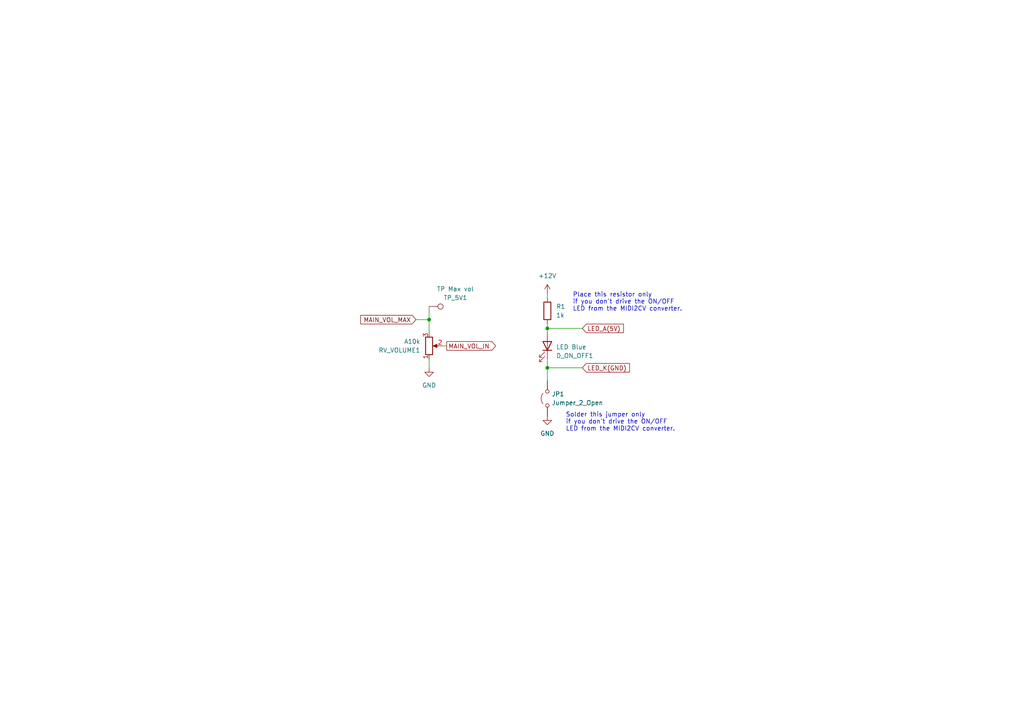
<source format=kicad_sch>
(kicad_sch (version 20231120) (generator "eeschema") (generator_version "8.0")
  (paper "A4")
  (lib_symbols
    (symbol "Connector:TestPoint" (pin_numbers hide) (pin_names (offset 0.762) hide)
      (property "Reference" "TP" (at 0 6.858 0))
      (property "Value" "TestPoint" (at 0 5.08 0))
      (symbol "TestPoint_0_1"
        (circle (center 0 3.302) (radius 0.762))
      )
      (symbol "TestPoint_1_1"
        (pin passive line (at 0 0 90) (length 2.54) (name "1") (number "1"))
      )
    )
    (symbol "Device:LED" (pin_numbers hide) (pin_names (offset 1.016) hide)
      (property "Reference" "D" (at 0 2.54 0))
      (property "Value" "LED" (at 0 -2.54 0))
      (symbol "LED_0_1"
        (polyline (pts (xy -1.27 -1.27) (xy -1.27 1.27)) (stroke (width 0.254)))
        (polyline (pts (xy -1.27 0) (xy 1.27 0)))
        (polyline (pts (xy 1.27 -1.27) (xy 1.27 1.27) (xy -1.27 0) (xy 1.27 -1.27)) (stroke (width 0.254)))
        (polyline (pts (xy -3.048 -0.762) (xy -4.572 -2.286) (xy -3.81 -2.286) (xy -4.572 -2.286) (xy -4.572 -1.524)))
        (polyline (pts (xy -1.778 -0.762) (xy -3.302 -2.286) (xy -2.54 -2.286) (xy -3.302 -2.286) (xy -3.302 -1.524)))
      )
      (symbol "LED_1_1"
        (pin passive line (at -3.81 0 0) (length 2.54) (name "K") (number "1"))
        (pin passive line (at 3.81 0 180) (length 2.54) (name "A") (number "2"))
      )
    )
    (symbol "Device:R" (pin_numbers hide) (pin_names (offset 0))
      (property "Reference" "R" (at 2.032 0 90))
      (property "Value" "R" (at 0 0 90))
      (symbol "R_0_1"
        (rectangle (start -1.016 -2.54) (end 1.016 2.54) (stroke (width 0.254)))
      )
      (symbol "R_1_1"
        (pin passive line (at 0 3.81 270) (length 1.27) (name "~") (number "1"))
        (pin passive line (at 0 -3.81 90) (length 1.27) (name "~") (number "2"))
      )
    )
    (symbol "Device:R_Potentiometer" (pin_names (offset 1.016) hide)
      (property "Reference" "RV" (at -4.445 0 90))
      (property "Value" "R_Potentiometer" (at -2.54 0 90))
      (symbol "R_Potentiometer_0_1"
        (polyline (pts (xy 2.54 0) (xy 1.524 0)))
        (polyline (pts (xy 1.143 0) (xy 2.286 0.508) (xy 2.286 -0.508) (xy 1.143 0)) (fill (type outline)))
        (rectangle (start 1.016 2.54) (end -1.016 -2.54) (stroke (width 0.254)))
      )
      (symbol "R_Potentiometer_1_1"
        (pin passive line (at 0 3.81 270) (length 1.27) (name "1") (number "1"))
        (pin passive line (at 3.81 0 180) (length 1.27) (name "2") (number "2"))
        (pin passive line (at 0 -3.81 90) (length 1.27) (name "3") (number "3"))
      )
    )
    (symbol "Jumper:Jumper_2_Open" (pin_numbers hide) (pin_names (offset 0) hide) (exclude_from_sim yes)
      (property "Reference" "JP" (at 0 2.794 0))
      (property "Value" "Jumper_2_Open" (at 0 -2.286 0))
      (symbol "Jumper_2_Open_0_0"
        (circle (center -2.032 0) (radius 0.508))
        (circle (center 2.032 0) (radius 0.508))
      )
      (symbol "Jumper_2_Open_0_1"
        (arc (start 1.524 1.27) (mid 0 1.778) (end -1.524 1.27))
      )
      (symbol "Jumper_2_Open_1_1"
        (pin passive line (at -5.08 0 0) (length 2.54) (name "A") (number "1"))
        (pin passive line (at 5.08 0 180) (length 2.54) (name "B") (number "2"))
      )
    )
    (symbol "power:+12V" (power) (pin_names (offset 0))
      (property "Value" "+12V" (at 0 3.556 0))
      (symbol "+12V_0_1"
        (polyline (pts (xy -0.762 1.27) (xy 0 2.54)))
        (polyline (pts (xy 0 0) (xy 0 2.54)))
        (polyline (pts (xy 0 2.54) (xy 0.762 1.27)))
      )
      (symbol "+12V_1_1"
        (pin power_in line (at 0 0 90) (length 0) hide (name "+12V") (number "1"))
      )
    )
    (symbol "power:GND" (power) (pin_names (offset 0))
      (property "Value" "GND" (at 0 -3.81 0))
      (symbol "GND_0_1"
        (polyline (pts (xy 0 0) (xy 0 -1.27) (xy 1.27 -1.27) (xy 0 -2.54) (xy -1.27 -1.27) (xy 0 -1.27)))
      )
      (symbol "GND_1_1"
        (pin power_in line (at 0 0 270) (length 0) hide (name "GND") (number "1"))
      )
    )
  )
  (junction (at 158.75 106.68))
  (junction (at 124.46 92.71))
  (junction (at 158.75 95.25))
  (wire (pts (xy 158.75 85.09) (xy 158.75 86.36)))
  (wire (pts (xy 158.75 95.25) (xy 168.91 95.25)))
  (wire (pts (xy 124.46 88.9) (xy 124.46 92.71)))
  (wire (pts (xy 158.75 106.68) (xy 168.91 106.68)))
  (wire (pts (xy 158.75 104.14) (xy 158.75 106.68)))
  (wire (pts (xy 124.46 92.71) (xy 124.46 96.52)))
  (wire (pts (xy 120.65 92.71) (xy 124.46 92.71)))
  (wire (pts (xy 124.46 106.68) (xy 124.46 104.14)))
  (wire (pts (xy 158.75 95.25) (xy 158.75 96.52)))
  (wire (pts (xy 158.75 93.98) (xy 158.75 95.25)))
  (wire (pts (xy 128.27 100.33) (xy 129.54 100.33)))
  (wire (pts (xy 158.75 110.49) (xy 158.75 106.68)))
  (text "Place this resistor only\nif you don't drive the ON/OFF\nLED from the MIDI2CV converter." (at 166.116 87.63 0) (effects (font (size 1.27 1.27)) (justify left)))
  (text "Solder this jumper only\nif you don't drive the ON/OFF\nLED from the MIDI2CV converter." (at 164.084 122.428 0) (effects (font (size 1.27 1.27)) (justify left)))
  (global_label "LED_A(5V)" (shape input) (at 168.91 95.25 0) (property "Intersheetrefs" "${INTERSHEET_REFS}" (effects (hide yes))))
  (global_label "MAIN_VOL_IN" (shape output) (at 129.54 100.33 0) (property "Intersheetrefs" "${INTERSHEET_REFS}" (effects (hide yes))))
  (global_label "MAIN_VOL_MAX" (shape input) (at 120.65 92.71 180) (property "Intersheetrefs" "${INTERSHEET_REFS}" (effects (hide yes))))
  (global_label "LED_K(GND)" (shape input) (at 168.91 106.68 0) (property "Intersheetrefs" "${INTERSHEET_REFS}" (effects (hide yes))))
  (symbol (lib_id "power:GND") (at 124.46 106.68 0) (unit 1)
    (property "Reference" "#PWR01" (effects (hide yes)))
    (property "Value" "GND" (at 124.46 111.76 0))
  )
  (symbol (lib_id "Device:R") (at 158.75 90.17 0) (unit 1)
    (property "Reference" "R1" (at 161.29 88.9 0) (effects (justify left)))
    (property "Value" "1k" (at 161.29 91.44 0) (effects (justify left)))
    (property "Footprint" "Shmoergh_Custom_Footprints:R_Axial_DIN0207_L6.3mm_D2.5mm_P7.62mm_Horizontal" (effects (hide yes)))
    (property "Part No." "603-MFR-25FBF52-1K " (effects (hide yes)))
    (property "Part URL" "https://mou.sr/43MmrAb" (effects (hide yes)))
    (property "Vendor" "Mouser" (effects (hide yes)))
  )
  (symbol (lib_id "power:GND") (at 158.75 120.65 0) (unit 1)
    (property "Reference" "#PWR02" (effects (hide yes)))
    (property "Value" "GND" (at 158.75 125.73 0))
    (instances (project "ui-rev-3" (path "" (reference "#PWR02") (unit 1)) (path "" (reference "#PWR06") (unit 1))))
  )
  (symbol (lib_id "Connector:TestPoint") (at 124.46 88.9 270) (unit 1) (in_bom no)
    (property "Reference" "TP_5V1" (at 132.08 86.36 90))
    (property "Value" "TP Max vol" (at 132.08 83.82 90))
    (property "Footprint" "TestPoint:TestPoint_THTPad_2.0x2.0mm_Drill1.0mm" (effects (hide yes)))
    (instances (project "hog-f1-voice" (path "" (reference "TP_5V1") (unit 1))) (project "ui-rev-3" (path "" (reference "TP_5V1") (unit 1)) (path "" (reference "TP1") (unit 1))))
  )
  (symbol (lib_id "power:+12V") (at 158.75 85.09 0) (unit 1)
    (property "Reference" "#PWR06" (effects (hide yes)))
    (property "Value" "+12V" (at 158.75 80.01 0))
    (instances (project "ui-rev-3" (path "" (reference "#PWR06") (unit 1)) (path "" (reference "#PWR02") (unit 1))))
  )
  (symbol (lib_id "Device:LED") (at 158.75 100.33 270) (mirror x) (unit 1)
    (property "Reference" "D_ON_OFF1" (at 161.29 103.1875 90) (effects (justify left)))
    (property "Value" "LED Blue" (at 161.29 100.6475 90) (effects (justify left)))
    (property "Footprint" "LED_THT:LED_D5.0mm" (effects (hide yes)))
    (property "Part No." "859-LTL-1CHG " (effects (hide yes)))
    (property "Part URL" "https://mou.sr/3OXMWKk" (effects (hide yes)))
    (property "Vendor" "Mouser" (effects (hide yes)))
  )
  (symbol (lib_id "Device:R_Potentiometer") (at 124.46 100.33 0) (mirror x) (unit 1)
    (property "Reference" "RV_VOLUME1" (at 121.92 101.6 0) (effects (justify right)))
    (property "Value" "A10k" (at 121.92 99.06 0) (effects (justify right)))
    (property "Footprint" "Shmoergh_Custom_Footprints:Potentiometer_Bourns_Single-PTV09A" (effects (hide yes)))
    (property "Part No." "652-PTV09A4025FA103 " (effects (hide yes)))
    (property "Part URL" "https://mou.sr/4bCOV0e" (effects (hide yes)))
    (property "Vendor" "Mouser" (effects (hide yes)))
  )
  (symbol (lib_id "Jumper:Jumper_2_Open") (at 158.75 115.57 90) (unit 1) (exclude_from_sim yes)
    (property "Reference" "JP1" (at 160.02 114.2999 90) (effects (justify right)))
    (property "Value" "Jumper_2_Open" (at 160.02 116.8399 90) (effects (justify right)))
    (property "Footprint" "Jumper:SolderJumper-2_P1.3mm_Bridged_Pad1.0x1.5mm" (effects (hide yes)))
    (property "Description" "Jumper, 2-pole, open" (effects (hide yes)))
  )
)
</source>
